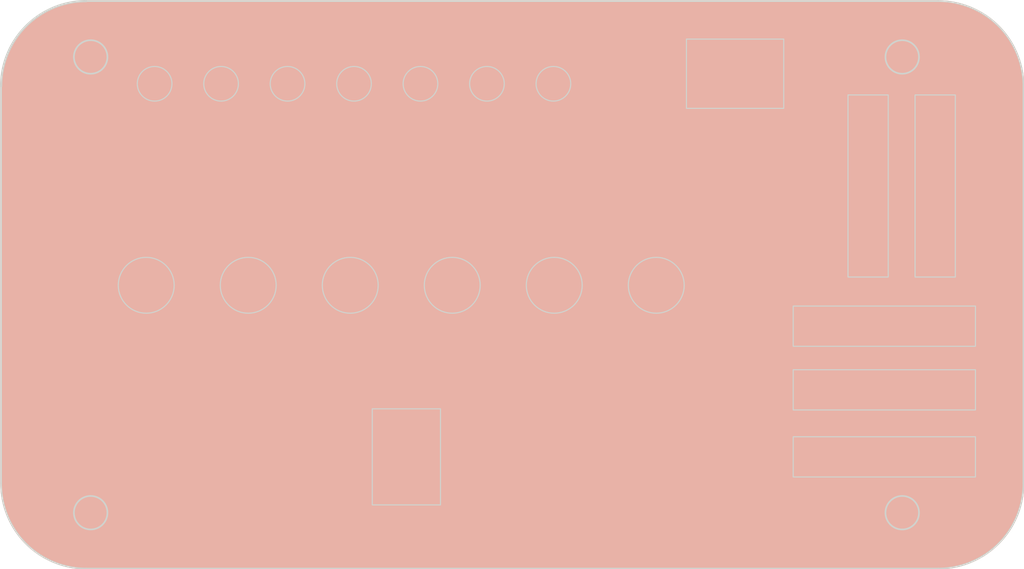
<source format=kicad_pcb>
(kicad_pcb (version 20240108) (generator "pcbnew") (generator_version "8.0")
  (title_block (title "Altoids Serial Adapter - TOP PANEL") (date "2024-07-19") (rev "WIP") (company "by AdamT117 https://github.com/Kayto"))
  (layers (0 "F.Cu" signal) (31 "B.Cu" signal) (34 "B.Paste" user) (35 "F.Paste" user) (36 "B.SilkS" user "B.Silkscreen") (37 "F.SilkS" user "F.Silkscreen") (38 "B.Mask" user) (39 "F.Mask" user) (44 "Edge.Cuts" user))
  (net 0 "")
  (gr_poly (pts (xy 96.38 72.620001) (arc (start 96.38 108.18) (mid 98.611846 113.568154) (end 104 115.8)) (arc (start 180.2 115.8) (mid 185.588154 113.568154) (end 187.82 108.18)) (arc (start 187.82 72.62) (mid 185.588154 67.231846) (end 180.2 65)) (arc (start 104 65) (mid 98.611846 67.231846) (end 96.38 72.62))) (stroke (width 0.15)) (fill solid) (layer "B.SilkS"))
  (gr_rect (start 136.18 101.5) (end 149.03 110.1) (stroke (width 0.15)) (fill none) (layer "F.SilkS"))
  (gr_rect (start 165.43 90.5) (end 185.13 92.2) (stroke (width 0.1)) (fill none) (layer "F.SilkS"))
  (gr_rect (start 165.43 102.2) (end 185.13 103.9) (stroke (width 0.1)) (fill none) (layer "F.SilkS"))
  (gr_rect (start 151.63 101.5) (end 162.23 110.1) (stroke (width 0.1)) (fill solid) (layer "F.SilkS"))
  (gr_rect (start 138.43 101.5) (end 149.03 110.1) (stroke (width 0.1)) (fill solid) (layer "F.SilkS"))
  (gr_rect (start 157.68 74.8) (end 166.38 82.2) (stroke (width 0.1)) (fill none) (layer "F.SilkS"))
  (gr_rect (start 121.98 101.5) (end 129.38 110.1) (stroke (width 0.1)) (fill none) (layer "F.SilkS"))
  (gr_rect (start 165.43 96.2) (end 185.13 97.9) (stroke (width 0.1)) (fill none) (layer "F.SilkS"))
  (gr_rect (start 149.38 101.5) (end 162.23 110.1) (stroke (width 0.15)) (fill none) (layer "F.SilkS"))
  (gr_rect (start 181.88 73.4) (end 185.48 89.7) (stroke (width 0.1)) (fill none) (layer "F.SilkS"))
  (gr_rect (start 168.08 73.4) (end 171.98 89.7) (stroke (width 0.1)) (fill none) (layer "F.SilkS"))
  (gr_circle (center 122 72.4) (end 123.55 72.4) (stroke (width 0.1)) (fill none) (layer "Edge.Cuts"))
  (gr_rect (start 178.13 73.4) (end 181.73 89.7) (stroke (width 0.1)) (fill none) (layer "Edge.Cuts"))
  (gr_arc (start 187.82 108.18) (mid 185.588154 113.568154) (end 180.2 115.8) (stroke (width 0.15)) (layer "Edge.Cuts"))
  (gr_rect (start 157.68 68.4) (end 166.38 74.6) (stroke (width 0.1)) (fill none) (layer "Edge.Cuts"))
  (gr_circle (center 127.608 90.44) (end 130.108 90.44) (stroke (width 0.1)) (fill none) (layer "Edge.Cuts"))
  (gr_circle (center 145.78 72.4) (end 147.33 72.4) (stroke (width 0.1)) (fill none) (layer "Edge.Cuts"))
  (gr_circle (center 109.36 90.44) (end 111.86 90.44) (stroke (width 0.1)) (fill none) (layer "Edge.Cuts"))
  (gr_circle (center 133.89 72.4) (end 135.44 72.4) (stroke (width 0.1)) (fill none) (layer "Edge.Cuts"))
  (gr_rect (start 172.13 73.4) (end 175.73 89.7) (stroke (width 0.1)) (fill none) (layer "Edge.Cuts"))
  (gr_arc (start 180.2 65) (mid 185.588154 67.231846) (end 187.82 72.62) (stroke (width 0.15)) (layer "Edge.Cuts"))
  (gr_circle (center 154.98 90.44) (end 157.48 90.44) (stroke (width 0.1)) (fill none) (layer "Edge.Cuts"))
  (gr_circle (center 139.835 72.4) (end 141.385 72.4) (stroke (width 0.1)) (fill none) (layer "Edge.Cuts"))
  (gr_line (start 104 65) (end 180.2 65) (stroke (width 0.15)) (layer "Edge.Cuts"))
  (gr_circle (center 176.98 70) (end 178.48 70) (stroke (width 0.15)) (fill none) (layer "Edge.Cuts"))
  (gr_arc (start 96.38 72.62) (mid 98.611846 67.231846) (end 104 65) (stroke (width 0.2)) (layer "Edge.Cuts"))
  (gr_line (start 180.2 115.8) (end 104 115.8) (stroke (width 0.15)) (layer "Edge.Cuts"))
  (gr_arc (start 104 115.8) (mid 98.611846 113.568154) (end 96.38 108.18) (stroke (width 0.15)) (layer "Edge.Cuts"))
  (gr_circle (center 104.39 70) (end 105.89 70) (stroke (width 0.15)) (fill none) (layer "Edge.Cuts"))
  (gr_line (start 96.38 108.18) (end 96.38 72.620001) (stroke (width 0.15)) (layer "Edge.Cuts"))
  (gr_rect (start 167.23 92.3) (end 183.53 95.9) (stroke (width 0.1)) (fill none) (layer "Edge.Cuts"))
  (gr_circle (center 136.732 90.44) (end 139.232 90.44) (stroke (width 0.1)) (fill none) (layer "Edge.Cuts"))
  (gr_line (start 187.82 72.62) (end 187.82 108.18) (stroke (width 0.15)) (layer "Edge.Cuts"))
  (gr_rect (start 167.23 98) (end 183.53 101.6) (stroke (width 0.1)) (fill none) (layer "Edge.Cuts"))
  (gr_rect (start 129.58 101.5) (end 135.68 110.1) (stroke (width 0.1)) (fill none) (layer "Edge.Cuts"))
  (gr_circle (center 127.945 72.4) (end 129.495 72.4) (stroke (width 0.1)) (fill none) (layer "Edge.Cuts"))
  (gr_circle (center 104.39 110.8) (end 105.89 110.8) (stroke (width 0.15)) (fill none) (layer "Edge.Cuts"))
  (gr_circle (center 145.856 90.44) (end 148.356 90.44) (stroke (width 0.1)) (fill none) (layer "Edge.Cuts"))
  (gr_circle (center 116.055 72.4) (end 117.605 72.4) (stroke (width 0.1)) (fill none) (layer "Edge.Cuts"))
  (gr_circle (center 176.98 110.8) (end 178.48 110.8) (stroke (width 0.15)) (fill none) (layer "Edge.Cuts"))
  (gr_rect (start 167.23 104) (end 183.53 107.6) (stroke (width 0.1)) (fill none) (layer "Edge.Cuts"))
  (gr_circle (center 110.11 72.4) (end 111.66 72.4) (stroke (width 0.1)) (fill none) (layer "Edge.Cuts"))
  (gr_circle (center 118.484 90.44) (end 120.984 90.44) (stroke (width 0.1)) (fill none) (layer "Edge.Cuts"))
  (gr_text "3V3" (at 141.079381 93.5 0) (layer "F.SilkS") (effects (font (size 1 1)) (justify bottom)))
  (gr_text "C4" (at 150.45 106.4 0) (layer "F.SilkS") (effects (font (size 1 1) (thickness 0.15) (italic yes)) (justify bottom)))
  (gr_text "C2" (at 137.25 109.1 0) (layer "F.SilkS") (effects (font (size 1 1) (thickness 0.15) (italic yes)) (justify bottom)))
  (gr_text "3V3" (at 165.16 80.34 90) (layer "F.SilkS") (effects (font (size 1 1)) (justify bottom)))
  (gr_text "HI" (at 150.203381 88.3 0) (layer "F.SilkS") (effects (font (size 1 1)) (justify bottom)))
  (gr_text "C1" (at 137.25 106.4 0) (layer "F.SilkS") (effects (font (size 1 1) (thickness 0.15) (italic yes)) (justify bottom)))
  (gr_text "C3" (at 176.96 103.7 0) (layer "F.SilkS") (effects (font (size 1 1)) (justify bottom)))
  (gr_text "USB" (at 110.11 75.9 0) (layer "F.SilkS") (effects (font (size 1 1)) (justify bottom)))
  (gr_text "C0" (at 137.25 103.7 0) (layer "F.SilkS") (effects (font (size 1 1) (thickness 0.15) (italic yes)) (justify bottom)))
  (gr_text "UART" (at 177.68 81.7 90) (layer "F.SilkS") (effects (font (size 1.2 1.2) (thickness 0.24) (bold yes)) (justify bottom)))
  (gr_text "DTR" (at 167.18 97.7 0) (layer "F.SilkS") (effects (font (size 1 1)) (justify bottom)))
  (gr_text "CTS" (at 169.98 78.16 0) (layer "F.SilkS") (effects (font (size 1 1)) (justify bottom)))
  (gr_text "LO" (at 150.203381 93.5 0) (layer "F.SilkS") (effects (font (size 1 1)) (justify bottom)))
  (gr_text "UART" (at 164.88 95 90) (layer "F.SilkS") (effects (font (size 1.2 1.2) (thickness 0.24) (bold yes)) (justify right bottom)))
  (gr_text "BAT" (at 109.36 96.55 0) (layer "F.SilkS") (effects (font (size 1.2 1.2) (thickness 0.24) (bold yes)) (justify bottom)))
  (gr_text "UART" (at 127.608 96.55 0) (layer "F.SilkS") (effects (font (size 1.2 1.2) (thickness 0.24) (bold yes)) (justify bottom)))
  (gr_text "C3" (at 150.45 103.7 0) (layer "F.SilkS") (effects (font (size 1 1) (thickness 0.15) (italic yes)) (justify bottom)))
  (gr_text "CHG" (at 122 75.9 0) (layer "F.SilkS") (effects (font (size 1 1)) (justify bottom)))
  (gr_text "ON" (at 131.955381 88.3 0) (layer "F.SilkS") (effects (font (size 1 1)) (justify bottom)))
  (gr_text "RX" (at 139.835 75.9 0) (layer "F.SilkS") (effects (font (size 1 1)) (justify bottom)))
  (gr_text "GND" (at 179.710473 92 0) (layer "F.SilkS") (effects (font (size 1 1)) (justify bottom)))
  (gr_text "DAT" (at 123.84 106.44 0) (layer "F.SilkS") (effects (font (size 1 1)) (justify bottom)))
  (gr_text "0V" (at 127.38 103.9 0) (layer "F.SilkS") (effects (font (size 1 1)) (justify bottom)))
  (gr_text "VCC" (at 183.48 92 0) (layer "F.SilkS") (effects (font (size 1 1)) (justify bottom)))
  (gr_text "OFF" (at 159.327381 93.5 0) (layer "F.SilkS") (effects (font (size 1 1)) (justify bottom)))
  (gr_text "SIG" (at 160.08 76.8 90) (layer "F.SilkS") (effects (font (size 1 1)) (justify bottom)))
  (gr_text "5V" (at 162.62 80.34 90) (layer "F.SilkS") (effects (font (size 1 1)) (justify bottom)))
  (gr_text "C2" (at 173.7 103.7 0) (layer "F.SilkS") (effects (font (size 1 1)) (justify bottom)))
  (gr_text "CLK" (at 127.38 106.44 0) (layer "F.SilkS") (effects (font (size 1 1)) (justify bottom)))
  (gr_text "RX" (at 183.58 78.16 0) (layer "F.SilkS") (effects (font (size 1 1)) (justify bottom)))
  (gr_text "VCC" (at 183.58 83.48 0) (layer "F.SilkS") (effects (font (size 1 1)) (justify bottom)))
  (gr_text "SIG" (at 183.68 75.5 0) (layer "F.SilkS") (effects (font (size 1 1)) (justify bottom)))
  (gr_text "BAT" (at 116.055 75.9 0) (layer "F.SilkS") (effects (font (size 1 1)) (justify bottom)))
  (gr_text "RX" (at 169.98 86.14 0) (layer "F.SilkS") (effects (font (size 1 1)) (justify bottom)))
  (gr_text "OFF" (at 131.955381 93.5 0) (layer "F.SilkS") (effects (font (size 1 1)) (justify bottom)))
  (gr_text "CTS" (at 179.767618 97.7 0) (layer "F.SilkS") (effects (font (size 1 1)) (justify bottom)))
  (gr_text "TX" (at 173.033333 97.7 0) (layer "F.SilkS") (effects (font (size 1 1)) (justify bottom)))
  (gr_text "PIC PROG" (at 121.28 105.9 90) (layer "F.SilkS") (effects (font (size 1.2 1.2) (thickness 0.24) (bold yes)) (justify bottom)))
  (gr_text "CTS" (at 167.18 92 0) (layer "F.SilkS") (effects (font (size 1 1)) (justify bottom)))
  (gr_text "VCC" (at 169.88 80.82 0) (layer "F.SilkS") (effects (font (size 1 1)) (justify bottom)))
  (gr_text "0V" (at 123.84 108.98 0) (layer "F.SilkS") (effects (font (size 1 1)) (justify bottom)))
  (gr_text "RX" (at 173.861903 92 0) (layer "F.SilkS") (effects (font (size 1 1)) (justify bottom)))
  (gr_text "C0" (at 167.18 103.7 0) (layer "F.SilkS") (effects (font (size 1 1)) (justify bottom)))
  (gr_text "TX" (at 169.98 83.48 0) (layer "F.SilkS") (effects (font (size 1 1)) (justify bottom)))
  (gr_text "ON" (at 159.327381 88.3 0) (layer "F.SilkS") (effects (font (size 1 1)) (justify bottom)))
  (gr_text "SIG" (at 160.08 80.34 90) (layer "F.SilkS") (effects (font (size 1 1)) (justify bottom)))
  (gr_text "TX" (at 183.48 80.82 0) (layer "F.SilkS") (effects (font (size 1 1)) (justify bottom)))
  (gr_text "VCC" (at 118.484 96.55 0) (layer "F.SilkS") (effects (font (size 1.2 1.2) (thickness 0.24) (bold yes)) (justify bottom)))
  (gr_text "GND" (at 183.48 97.7 0) (layer "F.SilkS") (effects (font (size 1 1)) (justify bottom)))
  (gr_text "GND" (at 170.08 75.5 0) (layer "F.SilkS") (effects (font (size 1 1)) (justify bottom)))
  (gr_text "Vdd" (at 123.84 103.9 0) (layer "F.SilkS") (effects (font (size 1 1)) (justify bottom)))
  (gr_text "C4" (at 180.22 103.7 0) (layer "F.SilkS") (effects (font (size 1 1)) (justify bottom)))
  (gr_text "TX" (at 133.89 75.9 0) (layer "F.SilkS") (effects (font (size 1 1)) (justify bottom)))
  (gr_text "ON" (at 113.707381 88.3 0) (layer "F.SilkS") (effects (font (size 1 1)) (justify bottom)))
  (gr_text "C5" (at 150.45 109.1 0) (layer "F.SilkS") (effects (font (size 1 1) (thickness 0.15) (italic yes)) (justify bottom)))
  (gr_text "TX" (at 176.512379 92 0) (layer "F.SilkS") (effects (font (size 1 1)) (justify bottom)))
  (gr_text "POWER" (at 156.68 71.5 90) (layer "F.SilkS") (effects (font (size 1.2 1.2) (thickness 0.24) (bold yes)) (justify bottom)))
  (gr_text "Vpp" (at 127.38 108.98 0) (layer "F.SilkS") (effects (font (size 1 1)) (justify bottom)))
  (gr_text "C1" (at 170.44 103.7 0) (layer "F.SilkS") (effects (font (size 1 1)) (justify bottom)))
  (gr_text "GND" (at 183.68 88.8 0) (layer "F.SilkS") (effects (font (size 1 1)) (justify bottom)))
  (gr_text "UART" (at 127.945 75.9 0) (layer "F.SilkS") (effects (font (size 1 1)) (justify bottom)))
  (gr_text "5V" (at 122.831381 88.3 0) (layer "F.SilkS") (effects (font (size 1 1)) (justify bottom)))
  (gr_text "RX" (at 170.368571 97.7 0) (layer "F.SilkS") (effects (font (size 1 1)) (justify bottom)))
  (gr_text "GND" (at 162.62 76.8 90) (layer "F.SilkS") (effects (font (size 1 1)) (justify bottom)))
  (gr_text "CLK" (at 164.88 104.1 90) (layer "F.SilkS") (effects (font (size 1.2 1.2) (thickness 0.24) (bold yes)) (justify right bottom)))
  (gr_text "DTR" (at 170.08 88.8 0) (layer "F.SilkS") (effects (font (size 1 1)) (justify bottom)))
  (gr_text "VCC" (at 176.150475 97.7 0) (layer "F.SilkS") (effects (font (size 1 1)) (justify bottom)))
  (gr_text "5V" (at 141.079381 88.3 0) (layer "F.SilkS") (effects (font (size 1 1)) (justify bottom)))
  (gr_text "GND" (at 165.16 76.8 90) (layer "F.SilkS") (effects (font (size 1 1)) (justify bottom)))
  (gr_text "RTS" (at 170.711428 92 0) (layer "F.SilkS") (effects (font (size 1 1)) (justify bottom)))
  (gr_text "C5" (at 183.48 103.7 0) (layer "F.SilkS") (effects (font (size 1 1)) (justify bottom)))
  (gr_text "SIGNAL" (at 145.856 96.55 0) (layer "F.SilkS") (effects (font (size 1.2 1.2) (thickness 0.24) (bold yes)) (justify bottom)))
  (gr_text "3V3" (at 122.831381 93.5 0) (layer "F.SilkS") (effects (font (size 1 1)) (justify bottom)))
  (gr_text "CLK" (at 154.98 96.55 0) (layer "F.SilkS") (effects (font (size 1.2 1.2) (thickness 0.24) (bold yes)) (justify bottom)))
  (gr_text "CLK" (at 145.78 75.9 0) (layer "F.SilkS") (effects (font (size 1 1)) (justify bottom)))
  (gr_text "LOGIC" (at 136.732 96.55 0) (layer "F.SilkS") (effects (font (size 1.2 1.2) (thickness 0.24) (bold yes)) (justify bottom)))
  (gr_text "SERIAL ADAPTER CARD" (at 133.58 113.9 0) (layer "F.SilkS") (effects (font (size 1.2 1.2) (thickness 0.24) (bold yes) (italic yes)) (justify left bottom)))
  (gr_text "OFF" (at 113.707381 93.5 0) (layer "F.SilkS") (effects (font (size 1 1)) (justify bottom)))
  (gr_text "X" (at 183.58 86.14 0) (layer "F.SilkS") (effects (font (size 1 1)) (justify bottom)))
)
</source>
